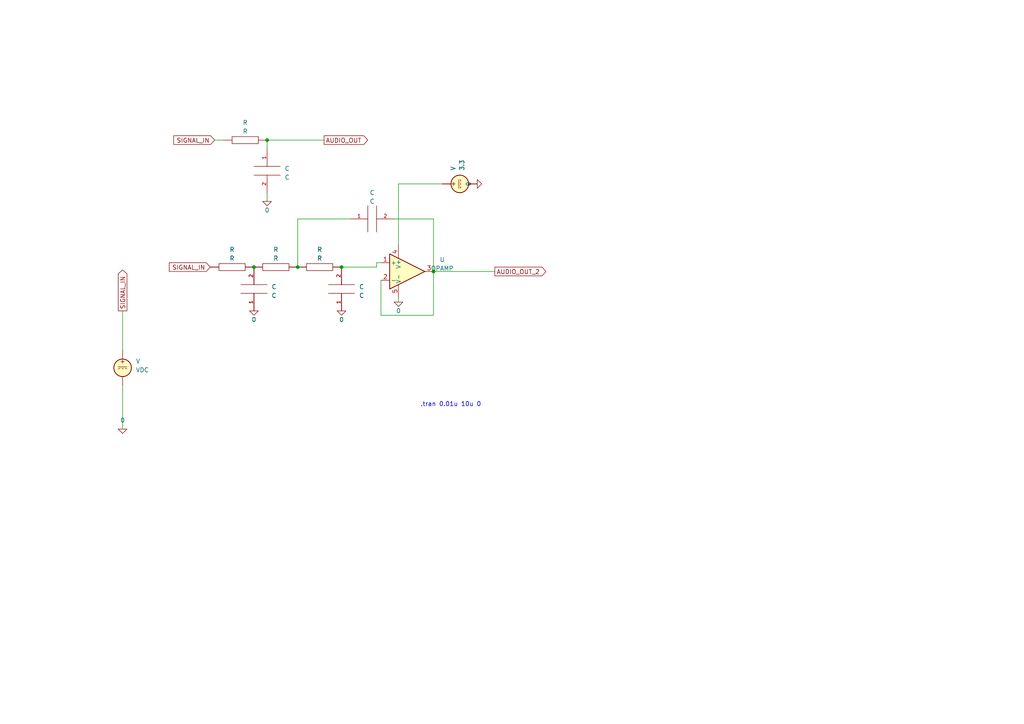
<source format=kicad_sch>
(kicad_sch (version 20220404) (generator eeschema)
  (paper "A4")
  (lib_symbols
    (symbol "Simulation_SPICE:VDC" (pin_numbers hide) (pin_names (offset 0.0254))
      (property "Reference" "V" (at 2.54 2.54 0))
      (property "Value" "VDC" (at 2.54 0 0))
      (property "Spice_Model" "dc(1)" (at 2.54 -2.54 0))
      (symbol "VDC_0_0"
        (polyline (pts (xy -1.27 0.254) (xy 1.27 0.254)))
        (polyline (pts (xy -0.762 -0.254) (xy -1.27 -0.254)))
        (polyline (pts (xy 0.254 -0.254) (xy -0.254 -0.254)))
        (polyline (pts (xy 1.27 -0.254) (xy 0.762 -0.254)))
        (text "+" (at 0 1.905 0) (effects (font (size 1.27 1.27))))
      )
      (symbol "VDC_0_1"
        (circle (center 0 0) (radius 2.54) (stroke (width 0.254)) (fill (type background)))
      )
      (symbol "VDC_1_1"
        (pin passive line (at 0 5.08 270) (length 2.54) (name "~") (number "1"))
        (pin passive line (at 0 -5.08 90) (length 2.54) (name "~") (number "2"))
      )
    )
    (symbol "pspice:0" (power) (pin_names (offset 0))
      (property "Value" "0" (at 0 -1.778 0))
      (symbol "0_0_1"
        (polyline (pts (xy -1.27 0) (xy 0 -1.27) (xy 1.27 0) (xy -1.27 0)))
      )
      (symbol "0_1_1"
        (pin power_in line (at 0 0 0) (length 0) hide (name "0") (number "1"))
      )
    )
    (symbol "pspice:C" (pin_names (offset 0.254))
      (property "Reference" "C" (at 2.54 3.81 90))
      (property "Value" "C" (at 2.54 -3.81 90))
      (symbol "C_0_1"
        (polyline (pts (xy -3.81 -1.27) (xy 3.81 -1.27)))
        (polyline (pts (xy -3.81 1.27) (xy 3.81 1.27)))
      )
      (symbol "C_1_1"
        (pin passive line (at 0 6.35 270) (length 5.08) (name "~") (number "1"))
        (pin passive line (at 0 -6.35 90) (length 5.08) (name "~") (number "2"))
      )
    )
    (symbol "pspice:OPAMP" (pin_names (offset 0.254))
      (property "Reference" "U" (at 3.81 3.175 0))
      (property "Value" "OPAMP" (at 3.81 -3.175 0))
      (symbol "OPAMP_0_1"
        (polyline (pts (xy 5.08 0) (xy -5.08 5.08) (xy -5.08 -5.08) (xy 5.08 0)) (stroke (width 0.254)) (fill (type background)))
      )
      (symbol "OPAMP_1_1"
        (pin input line (at -7.62 2.54 0) (length 2.54) (name "+") (number "1"))
        (pin input line (at -7.62 -2.54 0) (length 2.54) (name "-") (number "2"))
        (pin output line (at 7.62 0 180) (length 2.54) (name "~") (number "3"))
        (pin power_in line (at -2.54 7.62 270) (length 3.81) (name "V+") (number "4"))
        (pin power_in line (at -2.54 -7.62 90) (length 3.81) (name "V-") (number "5"))
      )
    )
    (symbol "pspice:R" (pin_numbers hide) (pin_names (offset 0))
      (property "Reference" "R" (at 2.032 0 90))
      (property "Value" "R" (at 0 0 90))
      (symbol "R_0_1"
        (rectangle (start -1.016 3.81) (end 1.016 -3.81))
      )
      (symbol "R_1_1"
        (pin passive line (at 0 6.35 270) (length 2.54) (name "~") (number "1"))
        (pin passive line (at 0 -6.35 90) (length 2.54) (name "~") (number "2"))
      )
    )
  )
  (junction (at 77.47 40.64))
  (junction (at 99.06 77.47))
  (junction (at 125.73 78.74))
  (junction (at 86.36 77.47))
  (junction (at 73.66 77.47))
  (wire (pts (xy 125.73 78.74) (xy 143.51 78.74)))
  (wire (pts (xy 99.06 77.47) (xy 109.22 77.47)))
  (wire (pts (xy 109.22 76.2) (xy 110.49 76.2)))
  (wire (pts (xy 115.57 87.63) (xy 115.57 86.36)))
  (wire (pts (xy 101.6 63.5) (xy 86.36 63.5)))
  (wire (pts (xy 62.23 40.64) (xy 64.77 40.64)))
  (wire (pts (xy 77.47 40.64) (xy 93.98 40.64)))
  (wire (pts (xy 77.47 40.64) (xy 77.47 43.18)))
  (wire (pts (xy 35.56 111.76) (xy 35.56 124.46)))
  (wire (pts (xy 110.49 81.28) (xy 110.49 91.44)))
  (wire (pts (xy 35.56 90.17) (xy 35.56 101.6)))
  (wire (pts (xy 125.73 63.5) (xy 125.73 78.74)))
  (wire (pts (xy 109.22 77.47) (xy 109.22 76.2)))
  (wire (pts (xy 86.36 63.5) (xy 86.36 77.47)))
  (wire (pts (xy 125.73 91.44) (xy 125.73 78.74)))
  (wire (pts (xy 115.57 53.34) (xy 128.27 53.34)))
  (wire (pts (xy 110.49 91.44) (xy 125.73 91.44)))
  (wire (pts (xy 114.3 63.5) (xy 125.73 63.5)))
  (wire (pts (xy 77.47 55.88) (xy 77.47 58.42)))
  (wire (pts (xy 115.57 53.34) (xy 115.57 71.12)))
  (text ".tran 0.01u 10u 0" (at 121.92 118.11 0) (effects (font (size 1.27 1.27)) (justify left bottom)))
  (global_label "SIGNAL_IN" (shape output) (at 35.56 90.17 90) (property "Odnośniki między arkuszami" "${INTERSHEET_REFS}" (effects hide)))
  (global_label "SIGNAL_IN" (shape input) (at 62.23 40.64 180) (property "Odnośniki między arkuszami" "${INTERSHEET_REFS}" (effects hide)))
  (global_label "SIGNAL_IN" (shape input) (at 60.96 77.47 180) (property "Odnośniki między arkuszami" "${INTERSHEET_REFS}" (effects hide)))
  (global_label "AUDIO_OUT_2" (shape output) (at 143.51 78.74 0) (property "Odnośniki między arkuszami" "${INTERSHEET_REFS}" (effects hide)))
  (global_label "AUDIO_OUT" (shape output) (at 93.98 40.64 0) (property "Odnośniki między arkuszami" "${INTERSHEET_REFS}" (effects hide)))
  (symbol (lib_id "pspice:0") (at 138.43 53.34 90) (unit 1)
    (default_instance (reference "U") (unit 1) (value "") (footprint ""))
    (property "Reference" "U" (effects hide))
  )
  (symbol (lib_id "pspice:C") (at 77.47 49.53 0) (unit 1)
    (default_instance (reference "C") (unit 1) (value "C") (footprint ""))
    (property "Reference" "C" (at 82.55 48.895 0) (effects (justify left)))
    (property "Value" "C" (at 82.55 51.435 0) (effects (justify left)))
  )
  (symbol (lib_id "pspice:0") (at 73.66 90.17 0) (unit 1)
    (default_instance (reference "#GND") (unit 1) (value "0") (footprint ""))
    (property "Reference" "#GND" (effects hide))
    (property "Value" "0" (at 73.66 92.71 0))
  )
  (symbol (lib_id "pspice:C") (at 73.66 83.82 180) (unit 1)
    (default_instance (reference "C") (unit 1) (value "C") (footprint ""))
    (property "Reference" "C" (at 78.74 83.185 0) (effects (justify right)))
    (property "Value" "C" (at 78.74 85.725 0) (effects (justify right)))
  )
  (symbol (lib_id "pspice:R") (at 92.71 77.47 90) (unit 1)
    (default_instance (reference "R") (unit 1) (value "R") (footprint ""))
    (property "Reference" "R" (at 92.71 72.39 90))
    (property "Value" "R" (at 92.71 74.93 90))
  )
  (symbol (lib_id "Simulation_SPICE:VDC") (at 35.56 106.68 0) (unit 1)
    (default_instance (reference "V") (unit 1) (value "VDC") (footprint ""))
    (property "Reference" "V" (at 39.37 104.775 0) (effects (justify left)))
    (property "Value" "VDC" (at 39.37 107.315 0) (effects (justify left)))
    (property "Spice_Netlist_Enabled" "Y" (effects hide))
    (property "Spice_Primitive" "V" (effects hide))
    (property "Spice_Model" "ac 3.3" (at 39.37 109.855 0) (effects (justify left)))
  )
  (symbol (lib_id "pspice:R") (at 67.31 77.47 90) (unit 1)
    (default_instance (reference "R") (unit 1) (value "R") (footprint ""))
    (property "Reference" "R" (at 67.31 72.39 90))
    (property "Value" "R" (at 67.31 74.93 90))
  )
  (symbol (lib_id "pspice:0") (at 77.47 58.42 0) (unit 1)
    (default_instance (reference "#GND") (unit 1) (value "0") (footprint ""))
    (property "Reference" "#GND" (effects hide))
    (property "Value" "0" (at 77.47 60.96 0))
  )
  (symbol (lib_id "pspice:0") (at 115.57 87.63 0) (unit 1)
    (default_instance (reference "#GND") (unit 1) (value "0") (footprint ""))
    (property "Reference" "#GND" (effects hide))
    (property "Value" "0" (at 115.57 90.17 0))
  )
  (symbol (lib_id "pspice:0") (at 99.06 90.17 0) (unit 1)
    (default_instance (reference "#GND") (unit 1) (value "0") (footprint ""))
    (property "Reference" "#GND" (effects hide))
    (property "Value" "0" (at 99.06 92.71 0))
  )
  (symbol (lib_id "Simulation_SPICE:VDC") (at 133.35 53.34 90) (unit 1)
    (default_instance (reference "V") (unit 1) (value "VDC") (footprint ""))
    (property "Reference" "V" (at 131.445 49.53 0) (effects (justify left)))
    (property "Value" "VDC" (at 133.985 49.53 0) (effects (justify left)))
    (property "Spice_Netlist_Enabled" "Y" (effects hide))
    (property "Spice_Primitive" "V" (effects hide))
    (property "Spice_Model" "dc 3.3" (at 136.525 49.53 0) (effects (justify left)))
  )
  (symbol (lib_id "pspice:R") (at 80.01 77.47 90) (unit 1)
    (default_instance (reference "R") (unit 1) (value "R") (footprint ""))
    (property "Reference" "R" (at 80.01 72.39 90))
    (property "Value" "R" (at 80.01 74.93 90))
  )
  (symbol (lib_id "pspice:OPAMP") (at 118.11 78.74 0) (unit 1)
    (default_instance (reference "U") (unit 1) (value "OPAMP") (footprint ""))
    (property "Reference" "U" (at 128.27 75.3111 0))
    (property "Value" "OPAMP" (at 128.27 77.8511 0))
  )
  (symbol (lib_id "pspice:C") (at 99.06 83.82 180) (unit 1)
    (default_instance (reference "C") (unit 1) (value "C") (footprint ""))
    (property "Reference" "C" (at 104.14 83.185 0) (effects (justify right)))
    (property "Value" "C" (at 104.14 85.725 0) (effects (justify right)))
  )
  (symbol (lib_id "pspice:C") (at 107.95 63.5 90) (unit 1)
    (default_instance (reference "C") (unit 1) (value "C") (footprint ""))
    (property "Reference" "C" (at 107.95 55.88 90))
    (property "Value" "C" (at 107.95 58.42 90))
  )
  (symbol (lib_id "pspice:0") (at 35.56 124.46 0) (unit 1)
    (default_instance (reference "U") (unit 1) (value "") (footprint ""))
    (property "Reference" "U" (effects hide))
  )
  (symbol (lib_id "pspice:R") (at 71.12 40.64 90) (unit 1)
    (default_instance (reference "R") (unit 1) (value "R") (footprint ""))
    (property "Reference" "R" (at 71.12 35.56 90))
    (property "Value" "R" (at 71.12 38.1 90))
  )
)
</source>
